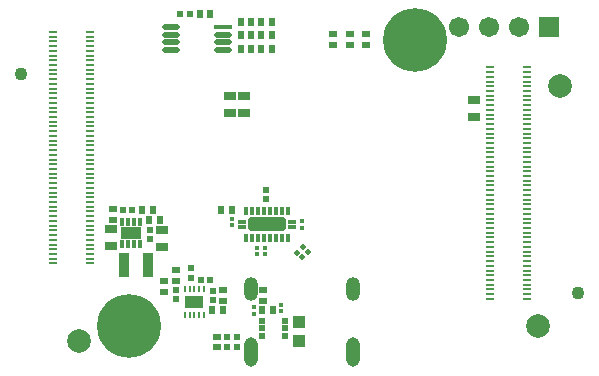
<source format=gbs>
G04*
G04 #@! TF.GenerationSoftware,Altium Limited,Altium Designer,22.11.1 (43)*
G04*
G04 Layer_Color=16711935*
%FSLAX44Y44*%
%MOMM*%
G71*
G04*
G04 #@! TF.SameCoordinates,EA2F1550-8411-4DB4-965C-DA60C2665ED4*
G04*
G04*
G04 #@! TF.FilePolarity,Negative*
G04*
G01*
G75*
%ADD44R,0.6516X0.5516*%
%ADD45R,0.5516X0.6516*%
%ADD49R,1.0016X0.8016*%
%ADD64C,1.1016*%
%ADD65C,2.0000*%
%ADD66R,0.6216X0.6216*%
%ADD67R,0.6216X0.6216*%
%ADD70C,5.4000*%
%ADD71C,1.7016*%
%ADD72R,1.7016X1.7016*%
%ADD73O,1.2000X2.0000*%
%ADD74O,1.2000X2.5000*%
%ADD93R,1.6002X0.9906*%
%ADD94R,0.2540X0.5588*%
%ADD103R,0.8016X0.2816*%
%ADD104R,0.4216X0.4616*%
%ADD105R,0.9016X2.1016*%
%ADD106R,0.4200X0.6400*%
%ADD107R,1.7400X1.0400*%
G04:AMPARAMS|DCode=108|XSize=0.39mm|YSize=0.74mm|CornerRadius=0.095mm|HoleSize=0mm|Usage=FLASHONLY|Rotation=180.000|XOffset=0mm|YOffset=0mm|HoleType=Round|Shape=RoundedRectangle|*
%AMROUNDEDRECTD108*
21,1,0.3900,0.5500,0,0,180.0*
21,1,0.2000,0.7400,0,0,180.0*
1,1,0.1900,-0.1000,0.2750*
1,1,0.1900,0.1000,0.2750*
1,1,0.1900,0.1000,-0.2750*
1,1,0.1900,-0.1000,-0.2750*
%
%ADD108ROUNDEDRECTD108*%
G04:AMPARAMS|DCode=109|XSize=0.39mm|YSize=0.74mm|CornerRadius=0.095mm|HoleSize=0mm|Usage=FLASHONLY|Rotation=270.000|XOffset=0mm|YOffset=0mm|HoleType=Round|Shape=RoundedRectangle|*
%AMROUNDEDRECTD109*
21,1,0.3900,0.5500,0,0,270.0*
21,1,0.2000,0.7400,0,0,270.0*
1,1,0.1900,-0.2750,-0.1000*
1,1,0.1900,-0.2750,0.1000*
1,1,0.1900,0.2750,0.1000*
1,1,0.1900,0.2750,-0.1000*
%
%ADD109ROUNDEDRECTD109*%
G04:AMPARAMS|DCode=110|XSize=1.14mm|YSize=3.14mm|CornerRadius=0.12mm|HoleSize=0mm|Usage=FLASHONLY|Rotation=270.000|XOffset=0mm|YOffset=0mm|HoleType=Round|Shape=RoundedRectangle|*
%AMROUNDEDRECTD110*
21,1,1.1400,2.9000,0,0,270.0*
21,1,0.9000,3.1400,0,0,270.0*
1,1,0.2400,-1.4500,-0.4500*
1,1,0.2400,-1.4500,0.4500*
1,1,0.2400,1.4500,0.4500*
1,1,0.2400,1.4500,-0.4500*
%
%ADD110ROUNDEDRECTD110*%
%ADD111O,1.5000X0.4500*%
%ADD112R,1.5000X0.4500*%
%ADD113R,0.6016X0.5016*%
%ADD114R,1.1016X1.0016*%
G04:AMPARAMS|DCode=115|XSize=0.4216mm|YSize=0.4616mm|CornerRadius=0mm|HoleSize=0mm|Usage=FLASHONLY|Rotation=45.000|XOffset=0mm|YOffset=0mm|HoleType=Round|Shape=Rectangle|*
%AMROTATEDRECTD115*
4,1,4,0.0141,-0.3123,-0.3123,0.0141,-0.0141,0.3123,0.3123,-0.0141,0.0141,-0.3123,0.0*
%
%ADD115ROTATEDRECTD115*%

D44*
X251500Y267000D02*
D03*
Y276000D02*
D03*
X265500Y276000D02*
D03*
Y267000D02*
D03*
X279000Y276000D02*
D03*
Y267000D02*
D03*
X157999Y50500D02*
D03*
Y59500D02*
D03*
X108500Y58000D02*
D03*
Y67000D02*
D03*
X118500Y76500D02*
D03*
Y67500D02*
D03*
X65000Y128000D02*
D03*
Y119000D02*
D03*
X192000Y59500D02*
D03*
Y50500D02*
D03*
X153100Y10900D02*
D03*
Y19900D02*
D03*
D45*
X104500Y119000D02*
D03*
X95500D02*
D03*
X173000Y286750D02*
D03*
X182000D02*
D03*
X173000Y275000D02*
D03*
X182000D02*
D03*
X190500Y286750D02*
D03*
X199500D02*
D03*
X190500Y275000D02*
D03*
X199500D02*
D03*
X173000Y263500D02*
D03*
X182000D02*
D03*
X147500Y293500D02*
D03*
X138500D02*
D03*
X190500Y263500D02*
D03*
X199500D02*
D03*
X157999Y42500D02*
D03*
X148999D02*
D03*
X98500Y127500D02*
D03*
X89500D02*
D03*
X165500Y127500D02*
D03*
X156500D02*
D03*
X200500Y42500D02*
D03*
X191500D02*
D03*
D49*
X371000Y206000D02*
D03*
Y220000D02*
D03*
X176000Y209500D02*
D03*
Y223500D02*
D03*
X106500Y110000D02*
D03*
Y96000D02*
D03*
X63500Y111000D02*
D03*
Y97000D02*
D03*
X164500Y223500D02*
D03*
Y209500D02*
D03*
D64*
X-13042Y242227D02*
D03*
X458958Y57227D02*
D03*
D65*
X36000Y16000D02*
D03*
X443750Y232000D02*
D03*
X425000Y29000D02*
D03*
D66*
X118499Y51500D02*
D03*
Y59500D02*
D03*
X149499Y59000D02*
D03*
Y51000D02*
D03*
X131000Y70000D02*
D03*
Y78000D02*
D03*
X96000Y102500D02*
D03*
Y110500D02*
D03*
X195000Y136500D02*
D03*
Y144500D02*
D03*
X170100Y19400D02*
D03*
Y11400D02*
D03*
X161600Y19400D02*
D03*
Y11400D02*
D03*
D67*
X73500Y127500D02*
D03*
X81500D02*
D03*
X130000Y293500D02*
D03*
X122000D02*
D03*
X147499Y68000D02*
D03*
X139499D02*
D03*
D70*
X79000Y29000D02*
D03*
X321000Y271000D02*
D03*
D71*
X408700Y282000D02*
D03*
X383300D02*
D03*
X357900D02*
D03*
D72*
X434100D02*
D03*
D73*
X268200Y60400D02*
D03*
X181800D02*
D03*
D74*
X268200Y6800D02*
D03*
X181800D02*
D03*
D93*
X133999Y49500D02*
D03*
D94*
X141999Y60295D02*
D03*
X137999D02*
D03*
X133999D02*
D03*
X129999D02*
D03*
X125999D02*
D03*
Y38705D02*
D03*
X129999D02*
D03*
X133999D02*
D03*
X137999D02*
D03*
X141999D02*
D03*
D103*
X45400Y81999D02*
D03*
X14600D02*
D03*
X45400Y85999D02*
D03*
X14600D02*
D03*
X45400Y89999D02*
D03*
X14600D02*
D03*
X45400Y93999D02*
D03*
X14600D02*
D03*
X45400Y97999D02*
D03*
X14600D02*
D03*
X45400Y101999D02*
D03*
X14600D02*
D03*
X45400Y105999D02*
D03*
X14600D02*
D03*
X45400Y109999D02*
D03*
X14600D02*
D03*
X45400Y113999D02*
D03*
X14600D02*
D03*
X45400Y117999D02*
D03*
X14600D02*
D03*
X45400Y121999D02*
D03*
X14600D02*
D03*
X45400Y125999D02*
D03*
X14600D02*
D03*
Y129999D02*
D03*
X45400D02*
D03*
Y133999D02*
D03*
X14600D02*
D03*
X45400Y137999D02*
D03*
X14600D02*
D03*
X45400Y141999D02*
D03*
X14600D02*
D03*
X45400Y145999D02*
D03*
X14600D02*
D03*
Y149999D02*
D03*
X45400D02*
D03*
Y153999D02*
D03*
X14600D02*
D03*
Y157999D02*
D03*
X45400D02*
D03*
X14600Y161999D02*
D03*
X45400D02*
D03*
X14600Y165999D02*
D03*
X45400D02*
D03*
X14600Y169999D02*
D03*
X45400D02*
D03*
X14600Y173999D02*
D03*
X45400D02*
D03*
Y177999D02*
D03*
X14600D02*
D03*
Y181999D02*
D03*
X45400D02*
D03*
X14600Y185999D02*
D03*
X45400D02*
D03*
X14600Y189999D02*
D03*
X45400D02*
D03*
X14600Y193999D02*
D03*
X45400D02*
D03*
Y197999D02*
D03*
X14600D02*
D03*
Y201999D02*
D03*
X45400D02*
D03*
Y205999D02*
D03*
X14600D02*
D03*
X45400Y209999D02*
D03*
X14600D02*
D03*
X45400Y213999D02*
D03*
X14600D02*
D03*
Y217999D02*
D03*
X45400D02*
D03*
Y221999D02*
D03*
X14600D02*
D03*
X45400Y225999D02*
D03*
X14600D02*
D03*
Y229999D02*
D03*
X45400D02*
D03*
Y233999D02*
D03*
X14600D02*
D03*
X45400Y237999D02*
D03*
X14600D02*
D03*
Y241999D02*
D03*
X45400D02*
D03*
Y245999D02*
D03*
X14600D02*
D03*
X45400Y249999D02*
D03*
X14600D02*
D03*
X45400Y253999D02*
D03*
X14600D02*
D03*
X45400Y257999D02*
D03*
X14600D02*
D03*
X45400Y261999D02*
D03*
X14600D02*
D03*
X45400Y265999D02*
D03*
X14600D02*
D03*
Y269999D02*
D03*
X45400D02*
D03*
Y273999D02*
D03*
X14600D02*
D03*
X45400Y277999D02*
D03*
X14600D02*
D03*
X384600Y247999D02*
D03*
X415400D02*
D03*
X384600Y243999D02*
D03*
X415400D02*
D03*
Y239999D02*
D03*
X384600D02*
D03*
Y235999D02*
D03*
X415400D02*
D03*
X384600Y231999D02*
D03*
X415400D02*
D03*
X384600Y227999D02*
D03*
X415400D02*
D03*
X384600Y223999D02*
D03*
X415400D02*
D03*
X384600Y219999D02*
D03*
X415400D02*
D03*
X384600Y215999D02*
D03*
X415400D02*
D03*
Y211999D02*
D03*
X384600D02*
D03*
Y207999D02*
D03*
X415400D02*
D03*
X384600Y203999D02*
D03*
X415400D02*
D03*
Y199999D02*
D03*
X384600D02*
D03*
Y195999D02*
D03*
X415400D02*
D03*
X384600Y191999D02*
D03*
X415400D02*
D03*
Y187999D02*
D03*
X384600D02*
D03*
Y183999D02*
D03*
X415400D02*
D03*
X384600Y179999D02*
D03*
X415400D02*
D03*
X384600Y175999D02*
D03*
X415400D02*
D03*
Y171999D02*
D03*
X384600D02*
D03*
Y167999D02*
D03*
X415400D02*
D03*
Y163999D02*
D03*
X384600D02*
D03*
X415400Y159999D02*
D03*
X384600D02*
D03*
X415400Y155999D02*
D03*
X384600D02*
D03*
X415400Y151999D02*
D03*
X384600D02*
D03*
Y147999D02*
D03*
X415400D02*
D03*
Y143999D02*
D03*
X384600D02*
D03*
X415400Y139999D02*
D03*
X384600D02*
D03*
X415400Y135999D02*
D03*
X384600D02*
D03*
X415400Y131999D02*
D03*
X384600D02*
D03*
X415400Y127999D02*
D03*
X384600D02*
D03*
Y123999D02*
D03*
X415400D02*
D03*
Y119999D02*
D03*
X384600D02*
D03*
Y115999D02*
D03*
X415400D02*
D03*
X384600Y111999D02*
D03*
X415400D02*
D03*
X384600Y107999D02*
D03*
X415400D02*
D03*
X384600Y103999D02*
D03*
X415400D02*
D03*
Y99999D02*
D03*
X384600D02*
D03*
Y95999D02*
D03*
X415400D02*
D03*
X384600Y91999D02*
D03*
X415400D02*
D03*
X384600Y87999D02*
D03*
X415400D02*
D03*
X384600Y83999D02*
D03*
X415400D02*
D03*
X384600Y79999D02*
D03*
X415400D02*
D03*
X384600Y75999D02*
D03*
X415400D02*
D03*
X384600Y71999D02*
D03*
X415400D02*
D03*
X384600Y67999D02*
D03*
X415400D02*
D03*
X384600Y63999D02*
D03*
X415400D02*
D03*
X384600Y59999D02*
D03*
X415400D02*
D03*
X384600Y55999D02*
D03*
X415400D02*
D03*
X384600Y51999D02*
D03*
X415400D02*
D03*
D104*
X184500Y45000D02*
D03*
Y39400D02*
D03*
X225000Y112200D02*
D03*
Y117800D02*
D03*
X166000Y114200D02*
D03*
Y119800D02*
D03*
X207500Y41400D02*
D03*
Y47000D02*
D03*
X187266Y89708D02*
D03*
Y95308D02*
D03*
X193766Y89708D02*
D03*
Y95308D02*
D03*
D105*
X94500Y80500D02*
D03*
X74500D02*
D03*
D106*
X88000Y98500D02*
D03*
X83000D02*
D03*
X78000D02*
D03*
X73000D02*
D03*
X88000Y117500D02*
D03*
X83000D02*
D03*
X78000D02*
D03*
X73000D02*
D03*
D107*
X80500Y108000D02*
D03*
D108*
X183000Y103500D02*
D03*
X178000D02*
D03*
X203000D02*
D03*
X198000D02*
D03*
X193000D02*
D03*
X188000D02*
D03*
X213000D02*
D03*
X208000D02*
D03*
X213000Y126500D02*
D03*
X198000D02*
D03*
X193000D02*
D03*
X178000D02*
D03*
X203000D02*
D03*
X208000D02*
D03*
X183000D02*
D03*
X188000D02*
D03*
D109*
X174000Y117500D02*
D03*
Y112500D02*
D03*
X217000D02*
D03*
Y117500D02*
D03*
D110*
X195500Y115000D02*
D03*
D111*
X114000Y262750D02*
D03*
Y269250D02*
D03*
Y282250D02*
D03*
Y275750D02*
D03*
X158000Y262750D02*
D03*
Y269250D02*
D03*
Y275750D02*
D03*
D112*
Y282250D02*
D03*
D113*
X210500Y20500D02*
D03*
Y27000D02*
D03*
Y33500D02*
D03*
X191500D02*
D03*
Y27000D02*
D03*
Y20500D02*
D03*
D114*
X222500Y16500D02*
D03*
Y32500D02*
D03*
D115*
X225106Y87060D02*
D03*
X221146Y91020D02*
D03*
X229773Y91727D02*
D03*
X225813Y95687D02*
D03*
M02*

</source>
